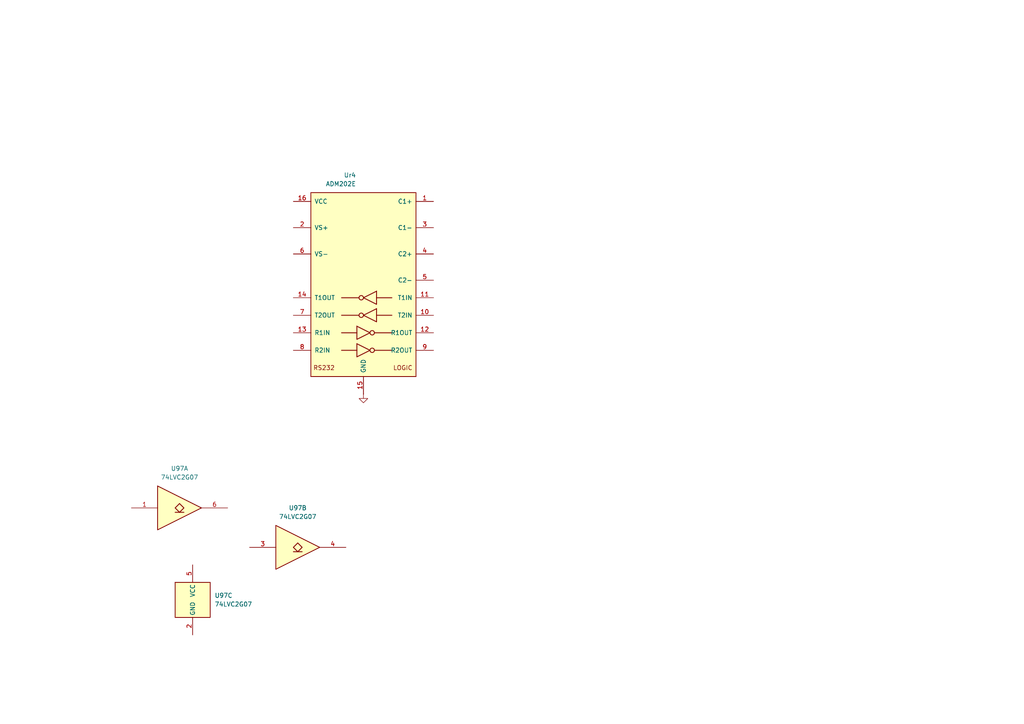
<source format=kicad_sch>
(kicad_sch (version 20250114) (generator "eeschema") (generator_version "9.0")
  (paper "A4")
  (lib_symbols
    (symbol "74xGxx:74LVC2G07"
      (property "Reference" "U" (at 0 7.62 0))
      (property "Value" "74LVC2G07" (at 2.54 -7.62 0))
      (symbol "74LVC2G07_1_1"
        (polyline (pts (xy -7.62 6.35) (xy -7.62 -6.35) (xy 5.08 0) (xy -7.62 6.35)) (stroke (width 0.254)) (fill (type background)))
        (polyline (pts (xy -2.54 -1.27) (xy 0 -1.27)) (stroke (width 0.254)) (fill (type background)))
        (polyline (pts (xy -1.27 1.27) (xy -2.54 0) (xy -1.27 -1.27) (xy 0 0) (xy -1.27 1.27)) (stroke (width 0.254)) (fill (type background)))
        (pin input line (at -15.24 0 0) (length 7.62) (name "~") (number "1"))
        (pin open_collector line (at 12.7 0 180) (length 7.62) (name "~") (number "6"))
      )
      (symbol "74LVC2G07_2_1"
        (polyline (pts (xy -7.62 6.35) (xy -7.62 -6.35) (xy 5.08 0) (xy -7.62 6.35)) (stroke (width 0.254)) (fill (type background)))
        (polyline (pts (xy -2.54 -1.27) (xy 0 -1.27)) (stroke (width 0.254)) (fill (type background)))
        (polyline (pts (xy -1.27 1.27) (xy -2.54 0) (xy -1.27 -1.27) (xy 0 0) (xy -1.27 1.27)) (stroke (width 0.254)) (fill (type background)))
        (pin input line (at -15.24 0 0) (length 7.62) (name "~") (number "3"))
        (pin open_collector line (at 12.7 0 180) (length 7.62) (name "~") (number "4"))
      )
      (symbol "74LVC2G07_3_0"
        (rectangle (start -5.08 -5.08) (end 5.08 5.08) (stroke (width 0.254)) (fill (type background)))
      )
      (symbol "74LVC2G07_3_1"
        (pin power_in line (at 0 10.16 270) (length 5.08) (name "VCC") (number "5"))
        (pin power_in line (at 0 -10.16 90) (length 5.08) (name "GND") (number "2"))
      )
    )
    (symbol "Interface_UART:ADM232A" (pin_names (offset 1.016))
      (property "Reference" "Ur" (at 2.1433 30.48 0))
      (property "Value" "ADM202E" (at 2.1433 27.94 0))
      (symbol "ADM232A_0_0"
        (text "LOGIC" (at -11.43 -25.4 0) (effects (font (size 1.27 1.27))))
        (text "RS232" (at 11.43 -25.4 0) (effects (font (size 1.27 1.27))))
      )
      (symbol "ADM232A_0_1"
        (rectangle (start -15.24 25.4) (end 15.24 -27.94) (stroke (width 0.254)) (fill (type background)))
        (polyline (pts (xy -3.81 -3.175) (xy -3.81 -6.985) (xy 0 -5.08) (xy -3.81 -3.175)) (stroke (width 0.254)))
        (polyline (pts (xy -3.81 -5.08) (xy -8.255 -5.08)) (stroke (width 0.254)))
        (polyline (pts (xy -3.81 -8.255) (xy -3.81 -12.065) (xy 0 -10.16) (xy -3.81 -8.255)) (stroke (width 0.254)))
        (polyline (pts (xy -3.81 -10.16) (xy -8.255 -10.16)) (stroke (width 0.254)))
        (polyline (pts (xy -3.175 -15.24) (xy -8.255 -15.24)) (stroke (width 0.254)))
        (polyline (pts (xy -3.175 -20.32) (xy -8.255 -20.32)) (stroke (width 0.254)))
        (circle (center -2.54 -15.24) (radius 0.635) (stroke (width 0.254)))
        (circle (center -2.54 -20.32) (radius 0.635) (stroke (width 0.254)))
        (circle (center 0.635 -5.08) (radius 0.635) (stroke (width 0.254)))
        (circle (center 0.635 -10.16) (radius 0.635) (stroke (width 0.254)))
        (polyline (pts (xy 1.27 -5.08) (xy 6.35 -5.08)) (stroke (width 0.254)))
        (polyline (pts (xy 1.27 -10.16) (xy 6.35 -10.16)) (stroke (width 0.254)))
        (polyline (pts (xy 1.905 -13.335) (xy 1.905 -17.145) (xy -1.905 -15.24) (xy 1.905 -13.335)) (stroke (width 0.254)))
        (polyline (pts (xy 1.905 -15.24) (xy 6.35 -15.24)) (stroke (width 0.254)))
        (polyline (pts (xy 1.905 -18.415) (xy 1.905 -22.225) (xy -1.905 -20.32) (xy 1.905 -18.415)) (stroke (width 0.254)))
        (polyline (pts (xy 1.905 -20.32) (xy 6.35 -20.32)) (stroke (width 0.254)))
      )
      (symbol "ADM232A_1_1"
        (pin passive line (at -20.32 22.86 0) (length 5.08) (name "C1+") (number "1"))
        (pin passive line (at -20.32 15.24 0) (length 5.08) (name "C1-") (number "3"))
        (pin passive line (at -20.32 7.62 0) (length 5.08) (name "C2+") (number "4"))
        (pin passive line (at -20.32 0 0) (length 5.08) (name "C2-") (number "5"))
        (pin input line (at -20.32 -5.08 0) (length 5.08) (name "T1IN") (number "11"))
        (pin input line (at -20.32 -10.16 0) (length 5.08) (name "T2IN") (number "10"))
        (pin output line (at -20.32 -15.24 0) (length 5.08) (name "R1OUT") (number "12"))
        (pin output line (at -20.32 -20.32 0) (length 5.08) (name "R2OUT") (number "9"))
        (pin power_in line (at 0 -33.02 90) (length 5.08) (name "GND") (number "15"))
        (pin power_in line (at 20.32 22.86 180) (length 5.08) (name "VCC") (number "16"))
        (pin power_out line (at 20.32 15.24 180) (length 5.08) (name "VS+") (number "2"))
        (pin power_out line (at 20.32 7.62 180) (length 5.08) (name "VS-") (number "6"))
        (pin output line (at 20.32 -5.08 180) (length 5.08) (name "T1OUT") (number "14"))
        (pin output line (at 20.32 -10.16 180) (length 5.08) (name "T2OUT") (number "7"))
        (pin input line (at 20.32 -15.24 180) (length 5.08) (name "R1IN") (number "13"))
        (pin input line (at 20.32 -20.32 180) (length 5.08) (name "R2IN") (number "8"))
      )
    )
    (symbol "power:GND" (power) (pin_numbers (hide yes)) (pin_names (offset 0) (hide yes))
      (property "Value" "GND" (at 0 -3.81 0))
      (symbol "GND_0_1"
        (polyline (pts (xy 0 0) (xy 0 -1.27) (xy 1.27 -1.27) (xy 0 -2.54) (xy -1.27 -1.27) (xy 0 -1.27)))
      )
      (symbol "GND_1_1"
        (pin power_in line (at 0 0 270) (length 0) (name "~") (number "1"))
      )
    )
  )
  (symbol (lib_id "74xGxx:74LVC2G07") (at 55.88 173.99 0) (unit 3)
    (property "Reference" "U97" (at 62.23 172.7199 0) (effects (justify left)))
    (property "Value" "74LVC2G07" (at 62.23 175.2599 0) (effects (justify left)))
    (property "Datasheet" "http://www.ti.com/lit/sg/scyt129e/scyt129e.pdf" (effects (hide yes)))
    (property "Description" "Dual Buffer, Open Drain, Low-Voltage CMOS" (effects (hide yes)))
  )
  (symbol (lib_id "power:GND") (at 105.41 114.3 0) (unit 1)
    (property "Reference" "#PWR0553" (effects (hide yes)))
    (property "Value" "GND" (effects (hide yes)))
    (property "Description" "Power symbol creates a global label with name \"GND\" , ground" (effects (hide yes)))
  )
  (symbol (lib_id "Interface_UART:ADM232A") (at 105.41 81.28 0) (mirror y) (unit 1)
    (property "Reference" "Ur4" (at 103.2667 50.8 0) (effects (justify left)))
    (property "Value" "ADM202E" (at 103.2667 53.34 0) (effects (justify left)))
    (property "Datasheet" "https://www.analog.com/media/en/technical-documentation/data-sheets/adm2023_1181a.pdf" (effects (hide yes)))
    (property "Description" "Dual RS232 driver/receiver, 5V supply, 200kb/s" (effects (hide yes)))
  )
  (symbol (lib_id "74xGxx:74LVC2G07") (at 53.34 147.32 0) (unit 1)
    (property "Reference" "U97" (at 52.07 135.89 0))
    (property "Value" "74LVC2G07" (at 52.07 138.43 0))
    (property "Datasheet" "http://www.ti.com/lit/sg/scyt129e/scyt129e.pdf" (effects (hide yes)))
    (property "Description" "Dual Buffer, Open Drain, Low-Voltage CMOS" (effects (hide yes)))
  )
  (symbol (lib_id "74xGxx:74LVC2G07") (at 87.63 158.75 0) (unit 2)
    (property "Reference" "U97" (at 86.36 147.32 0))
    (property "Value" "74LVC2G07" (at 86.36 149.86 0))
    (property "Datasheet" "http://www.ti.com/lit/sg/scyt129e/scyt129e.pdf" (effects (hide yes)))
    (property "Description" "Dual Buffer, Open Drain, Low-Voltage CMOS" (effects (hide yes)))
  )
)
</source>
